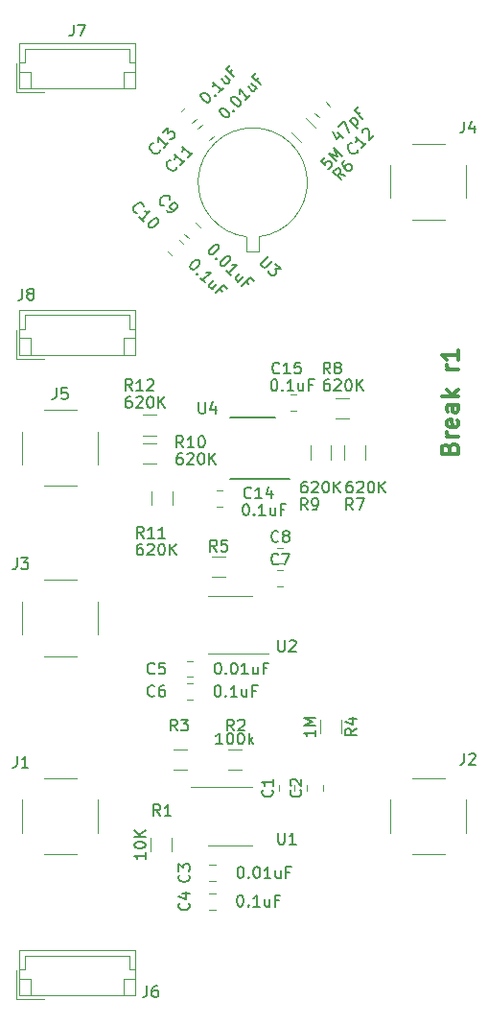
<source format=gto>
%TF.GenerationSoftware,KiCad,Pcbnew,(5.1.6-0-10_14)*%
%TF.CreationDate,2020-08-22T01:25:31+09:00*%
%TF.ProjectId,break,62726561-6b2e-46b6-9963-61645f706362,rev?*%
%TF.SameCoordinates,Original*%
%TF.FileFunction,Legend,Top*%
%TF.FilePolarity,Positive*%
%FSLAX46Y46*%
G04 Gerber Fmt 4.6, Leading zero omitted, Abs format (unit mm)*
G04 Created by KiCad (PCBNEW (5.1.6-0-10_14)) date 2020-08-22 01:25:31*
%MOMM*%
%LPD*%
G01*
G04 APERTURE LIST*
%ADD10C,0.300000*%
%ADD11C,0.120000*%
%ADD12C,0.150000*%
G04 APERTURE END LIST*
D10*
X14392857Y-110035714D02*
X14464285Y-109821428D01*
X14535714Y-109750000D01*
X14678571Y-109678571D01*
X14892857Y-109678571D01*
X15035714Y-109750000D01*
X15107142Y-109821428D01*
X15178571Y-109964285D01*
X15178571Y-110535714D01*
X13678571Y-110535714D01*
X13678571Y-110035714D01*
X13750000Y-109892857D01*
X13821428Y-109821428D01*
X13964285Y-109750000D01*
X14107142Y-109750000D01*
X14250000Y-109821428D01*
X14321428Y-109892857D01*
X14392857Y-110035714D01*
X14392857Y-110535714D01*
X15178571Y-109035714D02*
X14178571Y-109035714D01*
X14464285Y-109035714D02*
X14321428Y-108964285D01*
X14250000Y-108892857D01*
X14178571Y-108750000D01*
X14178571Y-108607142D01*
X15107142Y-107535714D02*
X15178571Y-107678571D01*
X15178571Y-107964285D01*
X15107142Y-108107142D01*
X14964285Y-108178571D01*
X14392857Y-108178571D01*
X14250000Y-108107142D01*
X14178571Y-107964285D01*
X14178571Y-107678571D01*
X14250000Y-107535714D01*
X14392857Y-107464285D01*
X14535714Y-107464285D01*
X14678571Y-108178571D01*
X15178571Y-106178571D02*
X14392857Y-106178571D01*
X14250000Y-106250000D01*
X14178571Y-106392857D01*
X14178571Y-106678571D01*
X14250000Y-106821428D01*
X15107142Y-106178571D02*
X15178571Y-106321428D01*
X15178571Y-106678571D01*
X15107142Y-106821428D01*
X14964285Y-106892857D01*
X14821428Y-106892857D01*
X14678571Y-106821428D01*
X14607142Y-106678571D01*
X14607142Y-106321428D01*
X14535714Y-106178571D01*
X15178571Y-105464285D02*
X13678571Y-105464285D01*
X14607142Y-105321428D02*
X15178571Y-104892857D01*
X14178571Y-104892857D02*
X14750000Y-105464285D01*
X15178571Y-103107142D02*
X14178571Y-103107142D01*
X14464285Y-103107142D02*
X14321428Y-103035714D01*
X14250000Y-102964285D01*
X14178571Y-102821428D01*
X14178571Y-102678571D01*
X15178571Y-101392857D02*
X15178571Y-102250000D01*
X15178571Y-101821428D02*
X13678571Y-101821428D01*
X13892857Y-101964285D01*
X14035714Y-102107142D01*
X14107142Y-102250000D01*
D11*
%TO.C,C1*%
X710000Y-140258578D02*
X710000Y-139741422D01*
X-710000Y-140258578D02*
X-710000Y-139741422D01*
%TO.C,C2*%
X1790000Y-140258578D02*
X1790000Y-139741422D01*
X3210000Y-140258578D02*
X3210000Y-139741422D01*
%TO.C,C3*%
X-6821078Y-146790000D02*
X-6303922Y-146790000D01*
X-6821078Y-148210000D02*
X-6303922Y-148210000D01*
%TO.C,C4*%
X-6821078Y-150710000D02*
X-6303922Y-150710000D01*
X-6821078Y-149290000D02*
X-6303922Y-149290000D01*
%TO.C,C5*%
X-8821078Y-130210000D02*
X-8303922Y-130210000D01*
X-8821078Y-128790000D02*
X-8303922Y-128790000D01*
%TO.C,C6*%
X-8821078Y-132210000D02*
X-8303922Y-132210000D01*
X-8821078Y-130790000D02*
X-8303922Y-130790000D01*
%TO.C,C7*%
X-821078Y-122210000D02*
X-303922Y-122210000D01*
X-821078Y-120790000D02*
X-303922Y-120790000D01*
%TO.C,C8*%
X-821078Y-118790000D02*
X-303922Y-118790000D01*
X-821078Y-120210000D02*
X-303922Y-120210000D01*
%TO.C,C9*%
X-7652199Y-90517883D02*
X-8017883Y-90152199D01*
X-8656291Y-91521975D02*
X-9021975Y-91156291D01*
%TO.C,C10*%
X-10156291Y-93021975D02*
X-10521975Y-92656291D01*
X-9152199Y-92017883D02*
X-9517883Y-91652199D01*
%TO.C,C11*%
X-7482117Y-81478025D02*
X-7847801Y-81843709D01*
X-6478025Y-82482117D02*
X-6843709Y-82847801D01*
%TO.C,C12*%
X3482117Y-79478025D02*
X3847801Y-79843709D01*
X2478025Y-80482117D02*
X2843709Y-80847801D01*
%TO.C,C13*%
X-7978025Y-80982117D02*
X-8343709Y-81347801D01*
X-8982117Y-79978025D02*
X-9347801Y-80343709D01*
%TO.C,C14*%
X-6196078Y-113790000D02*
X-5678922Y-113790000D01*
X-6196078Y-115210000D02*
X-5678922Y-115210000D01*
%TO.C,C15*%
X303922Y-106710000D02*
X821078Y-106710000D01*
X303922Y-105290000D02*
X821078Y-105290000D01*
%TO.C,J1*%
X-23355000Y-141050000D02*
X-23355000Y-143950000D01*
X-16645000Y-141050000D02*
X-16645000Y-143950000D01*
X-21450000Y-145855000D02*
X-18550000Y-145855000D01*
X-21450000Y-139145000D02*
X-18550000Y-139145000D01*
%TO.C,J2*%
X11050000Y-139145000D02*
X13950000Y-139145000D01*
X11050000Y-145855000D02*
X13950000Y-145855000D01*
X15855000Y-141050000D02*
X15855000Y-143950000D01*
X9145000Y-141050000D02*
X9145000Y-143950000D01*
%TO.C,J3*%
X-21450000Y-121645000D02*
X-18550000Y-121645000D01*
X-21450000Y-128355000D02*
X-18550000Y-128355000D01*
X-16645000Y-123550000D02*
X-16645000Y-126450000D01*
X-23355000Y-123550000D02*
X-23355000Y-126450000D01*
%TO.C,J4*%
X9145000Y-85050000D02*
X9145000Y-87950000D01*
X15855000Y-85050000D02*
X15855000Y-87950000D01*
X11050000Y-89855000D02*
X13950000Y-89855000D01*
X11050000Y-83145000D02*
X13950000Y-83145000D01*
%TO.C,J5*%
X-21450000Y-106645000D02*
X-18550000Y-106645000D01*
X-21450000Y-113355000D02*
X-18550000Y-113355000D01*
X-16645000Y-108550000D02*
X-16645000Y-111450000D01*
X-23355000Y-108550000D02*
X-23355000Y-111450000D01*
%TO.C,R1*%
X-12010000Y-144397936D02*
X-12010000Y-145602064D01*
X-10190000Y-144397936D02*
X-10190000Y-145602064D01*
%TO.C,R2*%
X-3997936Y-138410000D02*
X-5202064Y-138410000D01*
X-3997936Y-136590000D02*
X-5202064Y-136590000D01*
%TO.C,R3*%
X-8797936Y-136590000D02*
X-10002064Y-136590000D01*
X-8797936Y-138410000D02*
X-10002064Y-138410000D01*
%TO.C,R4*%
X4810000Y-133997936D02*
X4810000Y-135202064D01*
X2990000Y-133997936D02*
X2990000Y-135202064D01*
%TO.C,R5*%
X-6602064Y-119590000D02*
X-5397936Y-119590000D01*
X-6602064Y-121410000D02*
X-5397936Y-121410000D01*
%TO.C,R6*%
X420758Y-82197642D02*
X1272205Y-83049089D01*
X1707693Y-80910707D02*
X2559140Y-81762154D01*
%TO.C,R7*%
X6910000Y-111002064D02*
X6910000Y-109797936D01*
X5090000Y-111002064D02*
X5090000Y-109797936D01*
%TO.C,R8*%
X4297936Y-107410000D02*
X5502064Y-107410000D01*
X4297936Y-105590000D02*
X5502064Y-105590000D01*
%TO.C,R9*%
X3910000Y-109797936D02*
X3910000Y-111002064D01*
X2090000Y-109797936D02*
X2090000Y-111002064D01*
%TO.C,R10*%
X-12702064Y-109590000D02*
X-11497936Y-109590000D01*
X-12702064Y-111410000D02*
X-11497936Y-111410000D01*
%TO.C,R11*%
X-11910000Y-115002064D02*
X-11910000Y-113797936D01*
X-10090000Y-115002064D02*
X-10090000Y-113797936D01*
%TO.C,R12*%
X-12702064Y-108910000D02*
X-11497936Y-108910000D01*
X-12702064Y-107090000D02*
X-11497936Y-107090000D01*
%TO.C,U1*%
X-5000000Y-145060000D02*
X-3050000Y-145060000D01*
X-5000000Y-145060000D02*
X-6950000Y-145060000D01*
X-5000000Y-139940000D02*
X-3050000Y-139940000D01*
X-5000000Y-139940000D02*
X-8450000Y-139940000D01*
%TO.C,U2*%
X-5025000Y-128155000D02*
X-1575000Y-128155000D01*
X-5025000Y-128155000D02*
X-6975000Y-128155000D01*
X-5025000Y-123035000D02*
X-3075000Y-123035000D01*
X-5025000Y-123035000D02*
X-6975000Y-123035000D01*
%TO.C,U3*%
X-2450000Y-92628517D02*
X-2449999Y-91368517D01*
X-3549999Y-92628517D02*
X-2450000Y-92628517D01*
X-3550000Y-91368517D02*
X-3549999Y-92628517D01*
X-2450363Y-91368558D02*
G75*
G03*
X-3550000Y-91368517I-549637J4788558D01*
G01*
D12*
%TO.C,U4*%
X275000Y-112725000D02*
X-5000000Y-112725000D01*
X-1000000Y-107325000D02*
X-5000000Y-107325000D01*
D11*
%TO.C,J6*%
X-23610000Y-154290000D02*
X-23610000Y-158310000D01*
X-23610000Y-158310000D02*
X-13390000Y-158310000D01*
X-13390000Y-158310000D02*
X-13390000Y-154290000D01*
X-13390000Y-154290000D02*
X-23610000Y-154290000D01*
X-23610000Y-156000000D02*
X-23110000Y-156000000D01*
X-23110000Y-156000000D02*
X-23110000Y-154790000D01*
X-23110000Y-154790000D02*
X-13890000Y-154790000D01*
X-13890000Y-154790000D02*
X-13890000Y-156000000D01*
X-13890000Y-156000000D02*
X-13390000Y-156000000D01*
X-23610000Y-156810000D02*
X-22610000Y-156810000D01*
X-22610000Y-156810000D02*
X-22610000Y-158310000D01*
X-13390000Y-156810000D02*
X-14390000Y-156810000D01*
X-14390000Y-156810000D02*
X-14390000Y-158310000D01*
X-23910000Y-156110000D02*
X-23910000Y-158610000D01*
X-23910000Y-158610000D02*
X-21410000Y-158610000D01*
%TO.C,J8*%
X-23910000Y-102110000D02*
X-21410000Y-102110000D01*
X-23910000Y-99610000D02*
X-23910000Y-102110000D01*
X-14390000Y-100310000D02*
X-14390000Y-101810000D01*
X-13390000Y-100310000D02*
X-14390000Y-100310000D01*
X-22610000Y-100310000D02*
X-22610000Y-101810000D01*
X-23610000Y-100310000D02*
X-22610000Y-100310000D01*
X-13890000Y-99500000D02*
X-13390000Y-99500000D01*
X-13890000Y-98290000D02*
X-13890000Y-99500000D01*
X-23110000Y-98290000D02*
X-13890000Y-98290000D01*
X-23110000Y-99500000D02*
X-23110000Y-98290000D01*
X-23610000Y-99500000D02*
X-23110000Y-99500000D01*
X-13390000Y-97790000D02*
X-23610000Y-97790000D01*
X-13390000Y-101810000D02*
X-13390000Y-97790000D01*
X-23610000Y-101810000D02*
X-13390000Y-101810000D01*
X-23610000Y-97790000D02*
X-23610000Y-101810000D01*
%TO.C,J7*%
X-23910000Y-78610000D02*
X-21410000Y-78610000D01*
X-23910000Y-76110000D02*
X-23910000Y-78610000D01*
X-14390000Y-76810000D02*
X-14390000Y-78310000D01*
X-13390000Y-76810000D02*
X-14390000Y-76810000D01*
X-22610000Y-76810000D02*
X-22610000Y-78310000D01*
X-23610000Y-76810000D02*
X-22610000Y-76810000D01*
X-13890000Y-76000000D02*
X-13390000Y-76000000D01*
X-13890000Y-74790000D02*
X-13890000Y-76000000D01*
X-23110000Y-74790000D02*
X-13890000Y-74790000D01*
X-23110000Y-76000000D02*
X-23110000Y-74790000D01*
X-23610000Y-76000000D02*
X-23110000Y-76000000D01*
X-13390000Y-74290000D02*
X-23610000Y-74290000D01*
X-13390000Y-78310000D02*
X-13390000Y-74290000D01*
X-23610000Y-78310000D02*
X-13390000Y-78310000D01*
X-23610000Y-74290000D02*
X-23610000Y-78310000D01*
%TO.C,C1*%
D12*
X-1292857Y-140166666D02*
X-1245238Y-140214285D01*
X-1197619Y-140357142D01*
X-1197619Y-140452380D01*
X-1245238Y-140595238D01*
X-1340476Y-140690476D01*
X-1435714Y-140738095D01*
X-1626190Y-140785714D01*
X-1769047Y-140785714D01*
X-1959523Y-140738095D01*
X-2054761Y-140690476D01*
X-2150000Y-140595238D01*
X-2197619Y-140452380D01*
X-2197619Y-140357142D01*
X-2150000Y-140214285D01*
X-2102380Y-140166666D01*
X-1197619Y-139214285D02*
X-1197619Y-139785714D01*
X-1197619Y-139500000D02*
X-2197619Y-139500000D01*
X-2054761Y-139595238D01*
X-1959523Y-139690476D01*
X-1911904Y-139785714D01*
%TO.C,C2*%
X1207142Y-140166666D02*
X1254761Y-140214285D01*
X1302380Y-140357142D01*
X1302380Y-140452380D01*
X1254761Y-140595238D01*
X1159523Y-140690476D01*
X1064285Y-140738095D01*
X873809Y-140785714D01*
X730952Y-140785714D01*
X540476Y-140738095D01*
X445238Y-140690476D01*
X349999Y-140595238D01*
X302380Y-140452380D01*
X302380Y-140357142D01*
X350000Y-140214285D01*
X397619Y-140166666D01*
X397619Y-139785714D02*
X350000Y-139738095D01*
X302380Y-139642857D01*
X302380Y-139404761D01*
X350000Y-139309523D01*
X397619Y-139261904D01*
X492857Y-139214285D01*
X588095Y-139214285D01*
X730952Y-139261904D01*
X1302380Y-139833333D01*
X1302380Y-139214285D01*
%TO.C,C3*%
X-8642857Y-147666666D02*
X-8595238Y-147714285D01*
X-8547619Y-147857142D01*
X-8547619Y-147952380D01*
X-8595238Y-148095238D01*
X-8690476Y-148190476D01*
X-8785714Y-148238095D01*
X-8976190Y-148285714D01*
X-9119047Y-148285714D01*
X-9309523Y-148238095D01*
X-9404761Y-148190476D01*
X-9500000Y-148095238D01*
X-9547619Y-147952380D01*
X-9547619Y-147857142D01*
X-9500000Y-147714285D01*
X-9452380Y-147666666D01*
X-9547619Y-147333333D02*
X-9547619Y-146714285D01*
X-9166666Y-147047619D01*
X-9166666Y-146904761D01*
X-9119047Y-146809523D01*
X-9071428Y-146761904D01*
X-8976190Y-146714285D01*
X-8738095Y-146714285D01*
X-8642857Y-146761904D01*
X-8595238Y-146809523D01*
X-8547619Y-146904761D01*
X-8547619Y-147190476D01*
X-8595238Y-147285714D01*
X-8642857Y-147333333D01*
X-4119047Y-146952380D02*
X-4023809Y-146952380D01*
X-3928571Y-147000000D01*
X-3880952Y-147047619D01*
X-3833333Y-147142857D01*
X-3785714Y-147333333D01*
X-3785714Y-147571428D01*
X-3833333Y-147761904D01*
X-3880952Y-147857142D01*
X-3928571Y-147904761D01*
X-4023809Y-147952380D01*
X-4119047Y-147952380D01*
X-4214285Y-147904761D01*
X-4261904Y-147857142D01*
X-4309523Y-147761904D01*
X-4357142Y-147571428D01*
X-4357142Y-147333333D01*
X-4309523Y-147142857D01*
X-4261904Y-147047619D01*
X-4214285Y-147000000D01*
X-4119047Y-146952380D01*
X-3357142Y-147857142D02*
X-3309523Y-147904761D01*
X-3357142Y-147952380D01*
X-3404761Y-147904761D01*
X-3357142Y-147857142D01*
X-3357142Y-147952380D01*
X-2690476Y-146952380D02*
X-2595238Y-146952380D01*
X-2499999Y-147000000D01*
X-2452380Y-147047619D01*
X-2404761Y-147142857D01*
X-2357142Y-147333333D01*
X-2357142Y-147571428D01*
X-2404761Y-147761904D01*
X-2452380Y-147857142D01*
X-2499999Y-147904761D01*
X-2595238Y-147952380D01*
X-2690476Y-147952380D01*
X-2785714Y-147904761D01*
X-2833333Y-147857142D01*
X-2880952Y-147761904D01*
X-2928571Y-147571428D01*
X-2928571Y-147333333D01*
X-2880952Y-147142857D01*
X-2833333Y-147047619D01*
X-2785714Y-147000000D01*
X-2690476Y-146952380D01*
X-1404761Y-147952380D02*
X-1976190Y-147952380D01*
X-1690476Y-147952380D02*
X-1690476Y-146952380D01*
X-1785714Y-147095238D01*
X-1880952Y-147190476D01*
X-1976190Y-147238095D01*
X-547619Y-147285714D02*
X-547619Y-147952380D01*
X-976190Y-147285714D02*
X-976190Y-147809523D01*
X-928571Y-147904761D01*
X-833333Y-147952380D01*
X-690476Y-147952380D01*
X-595238Y-147904761D01*
X-547619Y-147857142D01*
X261904Y-147428571D02*
X-71428Y-147428571D01*
X-71428Y-147952380D02*
X-71428Y-146952380D01*
X404761Y-146952380D01*
%TO.C,C4*%
X-8642857Y-150166666D02*
X-8595238Y-150214285D01*
X-8547619Y-150357142D01*
X-8547619Y-150452380D01*
X-8595238Y-150595238D01*
X-8690476Y-150690476D01*
X-8785714Y-150738095D01*
X-8976190Y-150785714D01*
X-9119047Y-150785714D01*
X-9309523Y-150738095D01*
X-9404761Y-150690476D01*
X-9500000Y-150595238D01*
X-9547619Y-150452380D01*
X-9547619Y-150357142D01*
X-9500000Y-150214285D01*
X-9452380Y-150166666D01*
X-9214285Y-149309523D02*
X-8547619Y-149309523D01*
X-9595238Y-149547619D02*
X-8880952Y-149785714D01*
X-8880952Y-149166666D01*
X-4142857Y-149452380D02*
X-4047619Y-149452380D01*
X-3952380Y-149500000D01*
X-3904761Y-149547619D01*
X-3857142Y-149642857D01*
X-3809523Y-149833333D01*
X-3809523Y-150071428D01*
X-3857142Y-150261904D01*
X-3904761Y-150357142D01*
X-3952380Y-150404761D01*
X-4047619Y-150452380D01*
X-4142857Y-150452380D01*
X-4238095Y-150404761D01*
X-4285714Y-150357142D01*
X-4333333Y-150261904D01*
X-4380952Y-150071428D01*
X-4380952Y-149833333D01*
X-4333333Y-149642857D01*
X-4285714Y-149547619D01*
X-4238095Y-149500000D01*
X-4142857Y-149452380D01*
X-3380952Y-150357142D02*
X-3333333Y-150404761D01*
X-3380952Y-150452380D01*
X-3428571Y-150404761D01*
X-3380952Y-150357142D01*
X-3380952Y-150452380D01*
X-2380952Y-150452380D02*
X-2952380Y-150452380D01*
X-2666666Y-150452380D02*
X-2666666Y-149452380D01*
X-2761904Y-149595238D01*
X-2857142Y-149690476D01*
X-2952380Y-149738095D01*
X-1523809Y-149785714D02*
X-1523809Y-150452380D01*
X-1952380Y-149785714D02*
X-1952380Y-150309523D01*
X-1904761Y-150404761D01*
X-1809523Y-150452380D01*
X-1666666Y-150452380D01*
X-1571428Y-150404761D01*
X-1523809Y-150357142D01*
X-714285Y-149928571D02*
X-1047619Y-149928571D01*
X-1047619Y-150452380D02*
X-1047619Y-149452380D01*
X-571428Y-149452380D01*
%TO.C,C5*%
X-11666666Y-129857142D02*
X-11714285Y-129904761D01*
X-11857142Y-129952380D01*
X-11952380Y-129952380D01*
X-12095238Y-129904761D01*
X-12190476Y-129809523D01*
X-12238095Y-129714285D01*
X-12285714Y-129523809D01*
X-12285714Y-129380952D01*
X-12238095Y-129190476D01*
X-12190476Y-129095238D01*
X-12095238Y-129000000D01*
X-11952380Y-128952380D01*
X-11857142Y-128952380D01*
X-11714285Y-129000000D01*
X-11666666Y-129047619D01*
X-10761904Y-128952380D02*
X-11238095Y-128952380D01*
X-11285714Y-129428571D01*
X-11238095Y-129380952D01*
X-11142857Y-129333333D01*
X-10904761Y-129333333D01*
X-10809523Y-129380952D01*
X-10761904Y-129428571D01*
X-10714285Y-129523809D01*
X-10714285Y-129761904D01*
X-10761904Y-129857142D01*
X-10809523Y-129904761D01*
X-10904761Y-129952380D01*
X-11142857Y-129952380D01*
X-11238095Y-129904761D01*
X-11285714Y-129857142D01*
X-6119047Y-128952380D02*
X-6023809Y-128952380D01*
X-5928571Y-129000000D01*
X-5880952Y-129047619D01*
X-5833333Y-129142857D01*
X-5785714Y-129333333D01*
X-5785714Y-129571428D01*
X-5833333Y-129761904D01*
X-5880952Y-129857142D01*
X-5928571Y-129904761D01*
X-6023809Y-129952380D01*
X-6119047Y-129952380D01*
X-6214285Y-129904761D01*
X-6261904Y-129857142D01*
X-6309523Y-129761904D01*
X-6357142Y-129571428D01*
X-6357142Y-129333333D01*
X-6309523Y-129142857D01*
X-6261904Y-129047619D01*
X-6214285Y-129000000D01*
X-6119047Y-128952380D01*
X-5357142Y-129857142D02*
X-5309523Y-129904761D01*
X-5357142Y-129952380D01*
X-5404761Y-129904761D01*
X-5357142Y-129857142D01*
X-5357142Y-129952380D01*
X-4690476Y-128952380D02*
X-4595238Y-128952380D01*
X-4499999Y-129000000D01*
X-4452380Y-129047619D01*
X-4404761Y-129142857D01*
X-4357142Y-129333333D01*
X-4357142Y-129571428D01*
X-4404761Y-129761904D01*
X-4452380Y-129857142D01*
X-4499999Y-129904761D01*
X-4595238Y-129952380D01*
X-4690476Y-129952380D01*
X-4785714Y-129904761D01*
X-4833333Y-129857142D01*
X-4880952Y-129761904D01*
X-4928571Y-129571428D01*
X-4928571Y-129333333D01*
X-4880952Y-129142857D01*
X-4833333Y-129047619D01*
X-4785714Y-129000000D01*
X-4690476Y-128952380D01*
X-3404761Y-129952380D02*
X-3976190Y-129952380D01*
X-3690476Y-129952380D02*
X-3690476Y-128952380D01*
X-3785714Y-129095238D01*
X-3880952Y-129190476D01*
X-3976190Y-129238095D01*
X-2547619Y-129285714D02*
X-2547619Y-129952380D01*
X-2976190Y-129285714D02*
X-2976190Y-129809523D01*
X-2928571Y-129904761D01*
X-2833333Y-129952380D01*
X-2690476Y-129952380D01*
X-2595238Y-129904761D01*
X-2547619Y-129857142D01*
X-1738095Y-129428571D02*
X-2071428Y-129428571D01*
X-2071428Y-129952380D02*
X-2071428Y-128952380D01*
X-1595238Y-128952380D01*
%TO.C,C6*%
X-11666666Y-131857142D02*
X-11714285Y-131904761D01*
X-11857142Y-131952380D01*
X-11952380Y-131952380D01*
X-12095238Y-131904761D01*
X-12190476Y-131809523D01*
X-12238095Y-131714285D01*
X-12285714Y-131523809D01*
X-12285714Y-131380952D01*
X-12238095Y-131190476D01*
X-12190476Y-131095238D01*
X-12095238Y-131000000D01*
X-11952380Y-130952380D01*
X-11857142Y-130952380D01*
X-11714285Y-131000000D01*
X-11666666Y-131047619D01*
X-10809523Y-130952380D02*
X-11000000Y-130952380D01*
X-11095238Y-131000000D01*
X-11142857Y-131047619D01*
X-11238095Y-131190476D01*
X-11285714Y-131380952D01*
X-11285714Y-131761904D01*
X-11238095Y-131857142D01*
X-11190476Y-131904761D01*
X-11095238Y-131952380D01*
X-10904761Y-131952380D01*
X-10809523Y-131904761D01*
X-10761904Y-131857142D01*
X-10714285Y-131761904D01*
X-10714285Y-131523809D01*
X-10761904Y-131428571D01*
X-10809523Y-131380952D01*
X-10904761Y-131333333D01*
X-11095238Y-131333333D01*
X-11190476Y-131380952D01*
X-11238095Y-131428571D01*
X-11285714Y-131523809D01*
X-6142857Y-130952380D02*
X-6047619Y-130952380D01*
X-5952380Y-131000000D01*
X-5904761Y-131047619D01*
X-5857142Y-131142857D01*
X-5809523Y-131333333D01*
X-5809523Y-131571428D01*
X-5857142Y-131761904D01*
X-5904761Y-131857142D01*
X-5952380Y-131904761D01*
X-6047619Y-131952380D01*
X-6142857Y-131952380D01*
X-6238095Y-131904761D01*
X-6285714Y-131857142D01*
X-6333333Y-131761904D01*
X-6380952Y-131571428D01*
X-6380952Y-131333333D01*
X-6333333Y-131142857D01*
X-6285714Y-131047619D01*
X-6238095Y-131000000D01*
X-6142857Y-130952380D01*
X-5380952Y-131857142D02*
X-5333333Y-131904761D01*
X-5380952Y-131952380D01*
X-5428571Y-131904761D01*
X-5380952Y-131857142D01*
X-5380952Y-131952380D01*
X-4380952Y-131952380D02*
X-4952380Y-131952380D01*
X-4666666Y-131952380D02*
X-4666666Y-130952380D01*
X-4761904Y-131095238D01*
X-4857142Y-131190476D01*
X-4952380Y-131238095D01*
X-3523809Y-131285714D02*
X-3523809Y-131952380D01*
X-3952380Y-131285714D02*
X-3952380Y-131809523D01*
X-3904761Y-131904761D01*
X-3809523Y-131952380D01*
X-3666666Y-131952380D01*
X-3571428Y-131904761D01*
X-3523809Y-131857142D01*
X-2714285Y-131428571D02*
X-3047619Y-131428571D01*
X-3047619Y-131952380D02*
X-3047619Y-130952380D01*
X-2571428Y-130952380D01*
%TO.C,C7*%
X-729166Y-120207142D02*
X-776785Y-120254761D01*
X-919642Y-120302380D01*
X-1014880Y-120302380D01*
X-1157738Y-120254761D01*
X-1252976Y-120159523D01*
X-1300595Y-120064285D01*
X-1348214Y-119873809D01*
X-1348214Y-119730952D01*
X-1300595Y-119540476D01*
X-1252976Y-119445238D01*
X-1157738Y-119350000D01*
X-1014880Y-119302380D01*
X-919642Y-119302380D01*
X-776785Y-119350000D01*
X-729166Y-119397619D01*
X-395833Y-119302380D02*
X270833Y-119302380D01*
X-157738Y-120302380D01*
%TO.C,C8*%
X-729166Y-118207142D02*
X-776785Y-118254761D01*
X-919642Y-118302380D01*
X-1014880Y-118302380D01*
X-1157738Y-118254761D01*
X-1252976Y-118159523D01*
X-1300595Y-118064285D01*
X-1348214Y-117873809D01*
X-1348214Y-117730952D01*
X-1300595Y-117540476D01*
X-1252976Y-117445238D01*
X-1157738Y-117350000D01*
X-1014880Y-117302380D01*
X-919642Y-117302380D01*
X-776785Y-117350000D01*
X-729166Y-117397619D01*
X-157738Y-117730952D02*
X-252976Y-117683333D01*
X-300595Y-117635714D01*
X-348214Y-117540476D01*
X-348214Y-117492857D01*
X-300595Y-117397619D01*
X-252976Y-117350000D01*
X-157738Y-117302380D01*
X32738Y-117302380D01*
X127976Y-117350000D01*
X175595Y-117397619D01*
X223214Y-117492857D01*
X223214Y-117540476D01*
X175595Y-117635714D01*
X127976Y-117683333D01*
X32738Y-117730952D01*
X-157738Y-117730952D01*
X-252976Y-117778571D01*
X-300595Y-117826190D01*
X-348214Y-117921428D01*
X-348214Y-118111904D01*
X-300595Y-118207142D01*
X-252976Y-118254761D01*
X-157738Y-118302380D01*
X32738Y-118302380D01*
X127976Y-118254761D01*
X175595Y-118207142D01*
X223214Y-118111904D01*
X223214Y-117921428D01*
X175595Y-117826190D01*
X127976Y-117778571D01*
X32738Y-117730952D01*
%TO.C,C9*%
X-10870389Y-88634687D02*
X-10937732Y-88634687D01*
X-11072419Y-88567343D01*
X-11139763Y-88500000D01*
X-11207106Y-88365312D01*
X-11207106Y-88230625D01*
X-11173435Y-88129610D01*
X-11072419Y-87961251D01*
X-10971404Y-87860236D01*
X-10803045Y-87759221D01*
X-10702030Y-87725549D01*
X-10567343Y-87725549D01*
X-10432656Y-87792893D01*
X-10365312Y-87860236D01*
X-10297969Y-87994923D01*
X-10297969Y-88062267D01*
X-10601015Y-89038748D02*
X-10466328Y-89173435D01*
X-10365312Y-89207106D01*
X-10297969Y-89207106D01*
X-10129610Y-89173435D01*
X-9961251Y-89072419D01*
X-9691877Y-88803045D01*
X-9658206Y-88702030D01*
X-9658206Y-88634687D01*
X-9691877Y-88533671D01*
X-9826564Y-88398984D01*
X-9927580Y-88365312D01*
X-9994923Y-88365312D01*
X-10095938Y-88398984D01*
X-10264297Y-88567343D01*
X-10297969Y-88668358D01*
X-10297969Y-88735702D01*
X-10264297Y-88836717D01*
X-10129610Y-88971404D01*
X-10028595Y-89005076D01*
X-9961251Y-89005076D01*
X-9860236Y-88971404D01*
X-6111167Y-92114381D02*
X-6043824Y-92181725D01*
X-6010152Y-92282740D01*
X-6010152Y-92350084D01*
X-6043824Y-92451099D01*
X-6144839Y-92619458D01*
X-6313198Y-92787816D01*
X-6481557Y-92888832D01*
X-6582572Y-92922503D01*
X-6649915Y-92922503D01*
X-6750931Y-92888832D01*
X-6818274Y-92821488D01*
X-6851946Y-92720473D01*
X-6851946Y-92653129D01*
X-6818274Y-92552114D01*
X-6717259Y-92383755D01*
X-6548900Y-92215397D01*
X-6380541Y-92114381D01*
X-6279526Y-92080710D01*
X-6212183Y-92080710D01*
X-6111167Y-92114381D01*
X-6212183Y-93292893D02*
X-6212183Y-93360236D01*
X-6279526Y-93360236D01*
X-6279526Y-93292893D01*
X-6212183Y-93292893D01*
X-6279526Y-93360236D01*
X-5101015Y-93124534D02*
X-5033671Y-93191877D01*
X-4999999Y-93292893D01*
X-4999999Y-93360236D01*
X-5033671Y-93461251D01*
X-5134687Y-93629610D01*
X-5303045Y-93797969D01*
X-5471404Y-93898984D01*
X-5572419Y-93932656D01*
X-5639763Y-93932656D01*
X-5740778Y-93898984D01*
X-5808122Y-93831641D01*
X-5841793Y-93730625D01*
X-5841793Y-93663282D01*
X-5808122Y-93562267D01*
X-5707106Y-93393908D01*
X-5538748Y-93225549D01*
X-5370389Y-93124534D01*
X-5269374Y-93090862D01*
X-5202030Y-93090862D01*
X-5101015Y-93124534D01*
X-4898984Y-94740778D02*
X-5303045Y-94336717D01*
X-5101015Y-94538748D02*
X-4393908Y-93831641D01*
X-4562267Y-93865312D01*
X-4696954Y-93865312D01*
X-4797969Y-93831641D01*
X-3821488Y-94875465D02*
X-4292893Y-95346870D01*
X-4124534Y-94572419D02*
X-4494923Y-94942809D01*
X-4528595Y-95043824D01*
X-4494923Y-95144839D01*
X-4393908Y-95245854D01*
X-4292893Y-95279526D01*
X-4225549Y-95279526D01*
X-3350084Y-95548900D02*
X-3585786Y-95313198D01*
X-3956175Y-95683587D02*
X-3249068Y-94976480D01*
X-2912351Y-95313198D01*
%TO.C,C10*%
X-13207106Y-89297969D02*
X-13274450Y-89297969D01*
X-13409137Y-89230625D01*
X-13476480Y-89163282D01*
X-13543824Y-89028595D01*
X-13543824Y-88893908D01*
X-13510152Y-88792893D01*
X-13409137Y-88624534D01*
X-13308122Y-88523519D01*
X-13139763Y-88422503D01*
X-13038748Y-88388832D01*
X-12904061Y-88388832D01*
X-12769374Y-88456175D01*
X-12702030Y-88523519D01*
X-12634687Y-88658206D01*
X-12634687Y-88725549D01*
X-12601015Y-90038748D02*
X-13005076Y-89634687D01*
X-12803045Y-89836717D02*
X-12095938Y-89129610D01*
X-12264297Y-89163282D01*
X-12398984Y-89163282D01*
X-12500000Y-89129610D01*
X-11456175Y-89769374D02*
X-11388832Y-89836717D01*
X-11355160Y-89937732D01*
X-11355160Y-90005076D01*
X-11388832Y-90106091D01*
X-11489847Y-90274450D01*
X-11658206Y-90442809D01*
X-11826564Y-90543824D01*
X-11927580Y-90577496D01*
X-11994923Y-90577496D01*
X-12095938Y-90543824D01*
X-12163282Y-90476480D01*
X-12196954Y-90375465D01*
X-12196954Y-90308122D01*
X-12163282Y-90207106D01*
X-12062267Y-90038748D01*
X-11893908Y-89870389D01*
X-11725549Y-89769374D01*
X-11624534Y-89735702D01*
X-11557190Y-89735702D01*
X-11456175Y-89769374D01*
X-7774450Y-93451099D02*
X-7707106Y-93518442D01*
X-7673435Y-93619458D01*
X-7673435Y-93686801D01*
X-7707106Y-93787816D01*
X-7808122Y-93956175D01*
X-7976480Y-94124534D01*
X-8144839Y-94225549D01*
X-8245854Y-94259221D01*
X-8313198Y-94259221D01*
X-8414213Y-94225549D01*
X-8481557Y-94158206D01*
X-8515228Y-94057190D01*
X-8515228Y-93989847D01*
X-8481557Y-93888832D01*
X-8380541Y-93720473D01*
X-8212183Y-93552114D01*
X-8043824Y-93451099D01*
X-7942809Y-93417427D01*
X-7875465Y-93417427D01*
X-7774450Y-93451099D01*
X-7875465Y-94629610D02*
X-7875465Y-94696954D01*
X-7942809Y-94696954D01*
X-7942809Y-94629610D01*
X-7875465Y-94629610D01*
X-7942809Y-94696954D01*
X-7235702Y-95404061D02*
X-7639763Y-95000000D01*
X-7437732Y-95202030D02*
X-6730625Y-94494923D01*
X-6898984Y-94528595D01*
X-7033671Y-94528595D01*
X-7134687Y-94494923D01*
X-6158206Y-95538748D02*
X-6629610Y-96010152D01*
X-6461251Y-95235702D02*
X-6831641Y-95606091D01*
X-6865312Y-95707106D01*
X-6831641Y-95808122D01*
X-6730625Y-95909137D01*
X-6629610Y-95942809D01*
X-6562267Y-95942809D01*
X-5686801Y-96212183D02*
X-5922503Y-95976480D01*
X-6292893Y-96346870D02*
X-5585786Y-95639763D01*
X-5249068Y-95976480D01*
%TO.C,C11*%
X-9702030Y-85207106D02*
X-9702030Y-85274450D01*
X-9769374Y-85409137D01*
X-9836717Y-85476480D01*
X-9971404Y-85543824D01*
X-10106091Y-85543824D01*
X-10207106Y-85510152D01*
X-10375465Y-85409137D01*
X-10476480Y-85308122D01*
X-10577496Y-85139763D01*
X-10611167Y-85038748D01*
X-10611167Y-84904061D01*
X-10543824Y-84769374D01*
X-10476480Y-84702030D01*
X-10341793Y-84634687D01*
X-10274450Y-84634687D01*
X-8961251Y-84601015D02*
X-9365312Y-85005076D01*
X-9163282Y-84803045D02*
X-9870389Y-84095938D01*
X-9836717Y-84264297D01*
X-9836717Y-84398984D01*
X-9870389Y-84500000D01*
X-8287816Y-83927580D02*
X-8691877Y-84331641D01*
X-8489847Y-84129610D02*
X-9196954Y-83422503D01*
X-9163282Y-83590862D01*
X-9163282Y-83725549D01*
X-9196954Y-83826564D01*
X-5885618Y-80111167D02*
X-5818274Y-80043824D01*
X-5717259Y-80010152D01*
X-5649915Y-80010152D01*
X-5548900Y-80043824D01*
X-5380541Y-80144839D01*
X-5212183Y-80313198D01*
X-5111167Y-80481557D01*
X-5077496Y-80582572D01*
X-5077496Y-80649915D01*
X-5111167Y-80750931D01*
X-5178511Y-80818274D01*
X-5279526Y-80851946D01*
X-5346870Y-80851946D01*
X-5447885Y-80818274D01*
X-5616244Y-80717259D01*
X-5784602Y-80548900D01*
X-5885618Y-80380541D01*
X-5919289Y-80279526D01*
X-5919289Y-80212183D01*
X-5885618Y-80111167D01*
X-4707106Y-80212183D02*
X-4639763Y-80212183D01*
X-4639763Y-80279526D01*
X-4707106Y-80279526D01*
X-4707106Y-80212183D01*
X-4639763Y-80279526D01*
X-4875465Y-79101015D02*
X-4808122Y-79033671D01*
X-4707106Y-79000000D01*
X-4639763Y-79000000D01*
X-4538748Y-79033671D01*
X-4370389Y-79134687D01*
X-4202030Y-79303045D01*
X-4101015Y-79471404D01*
X-4067343Y-79572419D01*
X-4067343Y-79639763D01*
X-4101015Y-79740778D01*
X-4168358Y-79808122D01*
X-4269374Y-79841793D01*
X-4336717Y-79841793D01*
X-4437732Y-79808122D01*
X-4606091Y-79707106D01*
X-4774450Y-79538748D01*
X-4875465Y-79370389D01*
X-4909137Y-79269374D01*
X-4909137Y-79202030D01*
X-4875465Y-79101015D01*
X-3259221Y-78898984D02*
X-3663282Y-79303045D01*
X-3461251Y-79101015D02*
X-4168358Y-78393908D01*
X-4134687Y-78562267D01*
X-4134687Y-78696954D01*
X-4168358Y-78797969D01*
X-3124534Y-77821488D02*
X-2653129Y-78292893D01*
X-3427580Y-78124534D02*
X-3057190Y-78494923D01*
X-2956175Y-78528595D01*
X-2855160Y-78494923D01*
X-2754145Y-78393908D01*
X-2720473Y-78292893D01*
X-2720473Y-78225549D01*
X-2451099Y-77350084D02*
X-2686801Y-77585786D01*
X-2316412Y-77956175D02*
X-3023519Y-77249068D01*
X-2686801Y-76912351D01*
%TO.C,C12*%
X6297969Y-83707106D02*
X6297969Y-83774450D01*
X6230625Y-83909137D01*
X6163282Y-83976480D01*
X6028595Y-84043824D01*
X5893908Y-84043824D01*
X5792893Y-84010152D01*
X5624534Y-83909137D01*
X5523519Y-83808122D01*
X5422503Y-83639763D01*
X5388832Y-83538748D01*
X5388832Y-83404061D01*
X5456175Y-83269374D01*
X5523519Y-83202030D01*
X5658206Y-83134687D01*
X5725549Y-83134687D01*
X7038748Y-83101015D02*
X6634687Y-83505076D01*
X6836717Y-83303045D02*
X6129610Y-82595938D01*
X6163282Y-82764297D01*
X6163282Y-82898984D01*
X6129610Y-83000000D01*
X6668358Y-82191877D02*
X6668358Y-82124534D01*
X6702030Y-82023519D01*
X6870389Y-81855160D01*
X6971404Y-81821488D01*
X7038748Y-81821488D01*
X7139763Y-81855160D01*
X7207106Y-81922503D01*
X7274450Y-82057190D01*
X7274450Y-82865312D01*
X7712183Y-82427580D01*
X4523519Y-82173435D02*
X4994923Y-82644839D01*
X4085786Y-82072419D02*
X4422503Y-82745854D01*
X4860236Y-82308122D01*
X4590862Y-81634687D02*
X5062267Y-81163282D01*
X5466328Y-82173435D01*
X5567343Y-81129610D02*
X6274450Y-81836717D01*
X5601015Y-81163282D02*
X5634687Y-81062267D01*
X5769374Y-80927580D01*
X5870389Y-80893908D01*
X5937732Y-80893908D01*
X6038748Y-80927580D01*
X6240778Y-81129610D01*
X6274450Y-81230625D01*
X6274450Y-81297969D01*
X6240778Y-81398984D01*
X6106091Y-81533671D01*
X6005076Y-81567343D01*
X6543824Y-80355160D02*
X6308122Y-80590862D01*
X6678511Y-80961251D02*
X5971404Y-80254145D01*
X6308122Y-79917427D01*
%TO.C,C13*%
X-11202030Y-83707106D02*
X-11202030Y-83774450D01*
X-11269374Y-83909137D01*
X-11336717Y-83976480D01*
X-11471404Y-84043824D01*
X-11606091Y-84043824D01*
X-11707106Y-84010152D01*
X-11875465Y-83909137D01*
X-11976480Y-83808122D01*
X-12077496Y-83639763D01*
X-12111167Y-83538748D01*
X-12111167Y-83404061D01*
X-12043824Y-83269374D01*
X-11976480Y-83202030D01*
X-11841793Y-83134687D01*
X-11774450Y-83134687D01*
X-10461251Y-83101015D02*
X-10865312Y-83505076D01*
X-10663282Y-83303045D02*
X-11370389Y-82595938D01*
X-11336717Y-82764297D01*
X-11336717Y-82898984D01*
X-11370389Y-83000000D01*
X-10932656Y-82158206D02*
X-10494923Y-81720473D01*
X-10461251Y-82225549D01*
X-10360236Y-82124534D01*
X-10259221Y-82090862D01*
X-10191877Y-82090862D01*
X-10090862Y-82124534D01*
X-9922503Y-82292893D01*
X-9888832Y-82393908D01*
X-9888832Y-82461251D01*
X-9922503Y-82562267D01*
X-10124534Y-82764297D01*
X-10225549Y-82797969D01*
X-10292893Y-82797969D01*
X-7548900Y-78774450D02*
X-7481557Y-78707106D01*
X-7380541Y-78673435D01*
X-7313198Y-78673435D01*
X-7212183Y-78707106D01*
X-7043824Y-78808122D01*
X-6875465Y-78976480D01*
X-6774450Y-79144839D01*
X-6740778Y-79245854D01*
X-6740778Y-79313198D01*
X-6774450Y-79414213D01*
X-6841793Y-79481557D01*
X-6942809Y-79515228D01*
X-7010152Y-79515228D01*
X-7111167Y-79481557D01*
X-7279526Y-79380541D01*
X-7447885Y-79212183D01*
X-7548900Y-79043824D01*
X-7582572Y-78942809D01*
X-7582572Y-78875465D01*
X-7548900Y-78774450D01*
X-6370389Y-78875465D02*
X-6303045Y-78875465D01*
X-6303045Y-78942809D01*
X-6370389Y-78942809D01*
X-6370389Y-78875465D01*
X-6303045Y-78942809D01*
X-5595938Y-78235702D02*
X-5999999Y-78639763D01*
X-5797969Y-78437732D02*
X-6505076Y-77730625D01*
X-6471404Y-77898984D01*
X-6471404Y-78033671D01*
X-6505076Y-78134687D01*
X-5461251Y-77158206D02*
X-4989847Y-77629610D01*
X-5764297Y-77461251D02*
X-5393908Y-77831641D01*
X-5292893Y-77865312D01*
X-5191877Y-77831641D01*
X-5090862Y-77730625D01*
X-5057190Y-77629610D01*
X-5057190Y-77562267D01*
X-4787816Y-76686801D02*
X-5023519Y-76922503D01*
X-4653129Y-77292893D02*
X-5360236Y-76585786D01*
X-5023519Y-76249068D01*
%TO.C,C14*%
X-3142857Y-114357142D02*
X-3190476Y-114404761D01*
X-3333333Y-114452380D01*
X-3428571Y-114452380D01*
X-3571428Y-114404761D01*
X-3666666Y-114309523D01*
X-3714285Y-114214285D01*
X-3761904Y-114023809D01*
X-3761904Y-113880952D01*
X-3714285Y-113690476D01*
X-3666666Y-113595238D01*
X-3571428Y-113500000D01*
X-3428571Y-113452380D01*
X-3333333Y-113452380D01*
X-3190476Y-113500000D01*
X-3142857Y-113547619D01*
X-2190476Y-114452380D02*
X-2761904Y-114452380D01*
X-2476190Y-114452380D02*
X-2476190Y-113452380D01*
X-2571428Y-113595238D01*
X-2666666Y-113690476D01*
X-2761904Y-113738095D01*
X-1333333Y-113785714D02*
X-1333333Y-114452380D01*
X-1571428Y-113404761D02*
X-1809523Y-114119047D01*
X-1190476Y-114119047D01*
X-3642857Y-114952380D02*
X-3547619Y-114952380D01*
X-3452380Y-115000000D01*
X-3404761Y-115047619D01*
X-3357142Y-115142857D01*
X-3309523Y-115333333D01*
X-3309523Y-115571428D01*
X-3357142Y-115761904D01*
X-3404761Y-115857142D01*
X-3452380Y-115904761D01*
X-3547619Y-115952380D01*
X-3642857Y-115952380D01*
X-3738095Y-115904761D01*
X-3785714Y-115857142D01*
X-3833333Y-115761904D01*
X-3880952Y-115571428D01*
X-3880952Y-115333333D01*
X-3833333Y-115142857D01*
X-3785714Y-115047619D01*
X-3738095Y-115000000D01*
X-3642857Y-114952380D01*
X-2880952Y-115857142D02*
X-2833333Y-115904761D01*
X-2880952Y-115952380D01*
X-2928571Y-115904761D01*
X-2880952Y-115857142D01*
X-2880952Y-115952380D01*
X-1880952Y-115952380D02*
X-2452380Y-115952380D01*
X-2166666Y-115952380D02*
X-2166666Y-114952380D01*
X-2261904Y-115095238D01*
X-2357142Y-115190476D01*
X-2452380Y-115238095D01*
X-1023809Y-115285714D02*
X-1023809Y-115952380D01*
X-1452380Y-115285714D02*
X-1452380Y-115809523D01*
X-1404761Y-115904761D01*
X-1309523Y-115952380D01*
X-1166666Y-115952380D01*
X-1071428Y-115904761D01*
X-1023809Y-115857142D01*
X-214285Y-115428571D02*
X-547619Y-115428571D01*
X-547619Y-115952380D02*
X-547619Y-114952380D01*
X-71428Y-114952380D01*
%TO.C,C15*%
X-642857Y-103357142D02*
X-690476Y-103404761D01*
X-833333Y-103452380D01*
X-928571Y-103452380D01*
X-1071428Y-103404761D01*
X-1166666Y-103309523D01*
X-1214285Y-103214285D01*
X-1261904Y-103023809D01*
X-1261904Y-102880952D01*
X-1214285Y-102690476D01*
X-1166666Y-102595238D01*
X-1071428Y-102500000D01*
X-928571Y-102452380D01*
X-833333Y-102452380D01*
X-690476Y-102500000D01*
X-642857Y-102547619D01*
X309523Y-103452380D02*
X-261904Y-103452380D01*
X23809Y-103452380D02*
X23809Y-102452380D01*
X-71428Y-102595238D01*
X-166666Y-102690476D01*
X-261904Y-102738095D01*
X1214285Y-102452380D02*
X738095Y-102452380D01*
X690476Y-102928571D01*
X738095Y-102880952D01*
X833333Y-102833333D01*
X1071428Y-102833333D01*
X1166666Y-102880952D01*
X1214285Y-102928571D01*
X1261904Y-103023809D01*
X1261904Y-103261904D01*
X1214285Y-103357142D01*
X1166666Y-103404761D01*
X1071428Y-103452380D01*
X833333Y-103452380D01*
X738095Y-103404761D01*
X690476Y-103357142D01*
X-1142857Y-103952380D02*
X-1047619Y-103952380D01*
X-952380Y-104000000D01*
X-904761Y-104047619D01*
X-857142Y-104142857D01*
X-809523Y-104333333D01*
X-809523Y-104571428D01*
X-857142Y-104761904D01*
X-904761Y-104857142D01*
X-952380Y-104904761D01*
X-1047619Y-104952380D01*
X-1142857Y-104952380D01*
X-1238095Y-104904761D01*
X-1285714Y-104857142D01*
X-1333333Y-104761904D01*
X-1380952Y-104571428D01*
X-1380952Y-104333333D01*
X-1333333Y-104142857D01*
X-1285714Y-104047619D01*
X-1238095Y-104000000D01*
X-1142857Y-103952380D01*
X-380952Y-104857142D02*
X-333333Y-104904761D01*
X-380952Y-104952380D01*
X-428571Y-104904761D01*
X-380952Y-104857142D01*
X-380952Y-104952380D01*
X619047Y-104952380D02*
X47619Y-104952380D01*
X333333Y-104952380D02*
X333333Y-103952380D01*
X238095Y-104095238D01*
X142857Y-104190476D01*
X47619Y-104238095D01*
X1476190Y-104285714D02*
X1476190Y-104952380D01*
X1047619Y-104285714D02*
X1047619Y-104809523D01*
X1095238Y-104904761D01*
X1190476Y-104952380D01*
X1333333Y-104952380D01*
X1428571Y-104904761D01*
X1476190Y-104857142D01*
X2285714Y-104428571D02*
X1952380Y-104428571D01*
X1952380Y-104952380D02*
X1952380Y-103952380D01*
X2428571Y-103952380D01*
%TO.C,J1*%
X-23833333Y-137202380D02*
X-23833333Y-137916666D01*
X-23880952Y-138059523D01*
X-23976190Y-138154761D01*
X-24119047Y-138202380D01*
X-24214285Y-138202380D01*
X-22833333Y-138202380D02*
X-23404761Y-138202380D01*
X-23119047Y-138202380D02*
X-23119047Y-137202380D01*
X-23214285Y-137345238D01*
X-23309523Y-137440476D01*
X-23404761Y-137488095D01*
%TO.C,J2*%
X15666666Y-136952380D02*
X15666666Y-137666666D01*
X15619047Y-137809523D01*
X15523809Y-137904761D01*
X15380952Y-137952380D01*
X15285714Y-137952380D01*
X16095238Y-137047619D02*
X16142857Y-137000000D01*
X16238095Y-136952380D01*
X16476190Y-136952380D01*
X16571428Y-137000000D01*
X16619047Y-137047619D01*
X16666666Y-137142857D01*
X16666666Y-137238095D01*
X16619047Y-137380952D01*
X16047619Y-137952380D01*
X16666666Y-137952380D01*
%TO.C,J3*%
X-23833333Y-119702380D02*
X-23833333Y-120416666D01*
X-23880952Y-120559523D01*
X-23976190Y-120654761D01*
X-24119047Y-120702380D01*
X-24214285Y-120702380D01*
X-23452380Y-119702380D02*
X-22833333Y-119702380D01*
X-23166666Y-120083333D01*
X-23023809Y-120083333D01*
X-22928571Y-120130952D01*
X-22880952Y-120178571D01*
X-22833333Y-120273809D01*
X-22833333Y-120511904D01*
X-22880952Y-120607142D01*
X-22928571Y-120654761D01*
X-23023809Y-120702380D01*
X-23309523Y-120702380D01*
X-23404761Y-120654761D01*
X-23452380Y-120607142D01*
%TO.C,J4*%
X15666666Y-81202380D02*
X15666666Y-81916666D01*
X15619047Y-82059523D01*
X15523809Y-82154761D01*
X15380952Y-82202380D01*
X15285714Y-82202380D01*
X16571428Y-81535714D02*
X16571428Y-82202380D01*
X16333333Y-81154761D02*
X16095238Y-81869047D01*
X16714285Y-81869047D01*
%TO.C,J5*%
X-20333333Y-104702380D02*
X-20333333Y-105416666D01*
X-20380952Y-105559523D01*
X-20476190Y-105654761D01*
X-20619047Y-105702380D01*
X-20714285Y-105702380D01*
X-19380952Y-104702380D02*
X-19857142Y-104702380D01*
X-19904761Y-105178571D01*
X-19857142Y-105130952D01*
X-19761904Y-105083333D01*
X-19523809Y-105083333D01*
X-19428571Y-105130952D01*
X-19380952Y-105178571D01*
X-19333333Y-105273809D01*
X-19333333Y-105511904D01*
X-19380952Y-105607142D01*
X-19428571Y-105654761D01*
X-19523809Y-105702380D01*
X-19761904Y-105702380D01*
X-19857142Y-105654761D01*
X-19904761Y-105607142D01*
%TO.C,R1*%
X-11166666Y-142452380D02*
X-11500000Y-141976190D01*
X-11738095Y-142452380D02*
X-11738095Y-141452380D01*
X-11357142Y-141452380D01*
X-11261904Y-141500000D01*
X-11214285Y-141547619D01*
X-11166666Y-141642857D01*
X-11166666Y-141785714D01*
X-11214285Y-141880952D01*
X-11261904Y-141928571D01*
X-11357142Y-141976190D01*
X-11738095Y-141976190D01*
X-10214285Y-142452380D02*
X-10785714Y-142452380D01*
X-10500000Y-142452380D02*
X-10500000Y-141452380D01*
X-10595238Y-141595238D01*
X-10690476Y-141690476D01*
X-10785714Y-141738095D01*
X-12467619Y-145690476D02*
X-12467619Y-146261904D01*
X-12467619Y-145976190D02*
X-13467619Y-145976190D01*
X-13324761Y-146071428D01*
X-13229523Y-146166666D01*
X-13181904Y-146261904D01*
X-13467619Y-145071428D02*
X-13467619Y-144976190D01*
X-13420000Y-144880952D01*
X-13372380Y-144833333D01*
X-13277142Y-144785714D01*
X-13086666Y-144738095D01*
X-12848571Y-144738095D01*
X-12658095Y-144785714D01*
X-12562857Y-144833333D01*
X-12515238Y-144880952D01*
X-12467619Y-144976190D01*
X-12467619Y-145071428D01*
X-12515238Y-145166666D01*
X-12562857Y-145214285D01*
X-12658095Y-145261904D01*
X-12848571Y-145309523D01*
X-13086666Y-145309523D01*
X-13277142Y-145261904D01*
X-13372380Y-145214285D01*
X-13420000Y-145166666D01*
X-13467619Y-145071428D01*
X-12467619Y-144309523D02*
X-13467619Y-144309523D01*
X-12467619Y-143738095D02*
X-13039047Y-144166666D01*
X-13467619Y-143738095D02*
X-12896190Y-144309523D01*
%TO.C,R2*%
X-4666666Y-134952380D02*
X-5000000Y-134476190D01*
X-5238095Y-134952380D02*
X-5238095Y-133952380D01*
X-4857142Y-133952380D01*
X-4761904Y-134000000D01*
X-4714285Y-134047619D01*
X-4666666Y-134142857D01*
X-4666666Y-134285714D01*
X-4714285Y-134380952D01*
X-4761904Y-134428571D01*
X-4857142Y-134476190D01*
X-5238095Y-134476190D01*
X-4285714Y-134047619D02*
X-4238095Y-134000000D01*
X-4142857Y-133952380D01*
X-3904761Y-133952380D01*
X-3809523Y-134000000D01*
X-3761904Y-134047619D01*
X-3714285Y-134142857D01*
X-3714285Y-134238095D01*
X-3761904Y-134380952D01*
X-4333333Y-134952380D01*
X-3714285Y-134952380D01*
X-5671428Y-136132380D02*
X-6242857Y-136132380D01*
X-5957142Y-136132380D02*
X-5957142Y-135132380D01*
X-6052380Y-135275238D01*
X-6147619Y-135370476D01*
X-6242857Y-135418095D01*
X-5052380Y-135132380D02*
X-4957142Y-135132380D01*
X-4861904Y-135180000D01*
X-4814285Y-135227619D01*
X-4766666Y-135322857D01*
X-4719047Y-135513333D01*
X-4719047Y-135751428D01*
X-4766666Y-135941904D01*
X-4814285Y-136037142D01*
X-4861904Y-136084761D01*
X-4957142Y-136132380D01*
X-5052380Y-136132380D01*
X-5147619Y-136084761D01*
X-5195238Y-136037142D01*
X-5242857Y-135941904D01*
X-5290476Y-135751428D01*
X-5290476Y-135513333D01*
X-5242857Y-135322857D01*
X-5195238Y-135227619D01*
X-5147619Y-135180000D01*
X-5052380Y-135132380D01*
X-4100000Y-135132380D02*
X-4004761Y-135132380D01*
X-3909523Y-135180000D01*
X-3861904Y-135227619D01*
X-3814285Y-135322857D01*
X-3766666Y-135513333D01*
X-3766666Y-135751428D01*
X-3814285Y-135941904D01*
X-3861904Y-136037142D01*
X-3909523Y-136084761D01*
X-4004761Y-136132380D01*
X-4100000Y-136132380D01*
X-4195238Y-136084761D01*
X-4242857Y-136037142D01*
X-4290476Y-135941904D01*
X-4338095Y-135751428D01*
X-4338095Y-135513333D01*
X-4290476Y-135322857D01*
X-4242857Y-135227619D01*
X-4195238Y-135180000D01*
X-4100000Y-135132380D01*
X-3338095Y-136132380D02*
X-3338095Y-135132380D01*
X-3242857Y-135751428D02*
X-2957142Y-136132380D01*
X-2957142Y-135465714D02*
X-3338095Y-135846666D01*
%TO.C,R3*%
X-9666666Y-134952380D02*
X-10000000Y-134476190D01*
X-10238095Y-134952380D02*
X-10238095Y-133952380D01*
X-9857142Y-133952380D01*
X-9761904Y-134000000D01*
X-9714285Y-134047619D01*
X-9666666Y-134142857D01*
X-9666666Y-134285714D01*
X-9714285Y-134380952D01*
X-9761904Y-134428571D01*
X-9857142Y-134476190D01*
X-10238095Y-134476190D01*
X-9333333Y-133952380D02*
X-8714285Y-133952380D01*
X-9047619Y-134333333D01*
X-8904761Y-134333333D01*
X-8809523Y-134380952D01*
X-8761904Y-134428571D01*
X-8714285Y-134523809D01*
X-8714285Y-134761904D01*
X-8761904Y-134857142D01*
X-8809523Y-134904761D01*
X-8904761Y-134952380D01*
X-9190476Y-134952380D01*
X-9285714Y-134904761D01*
X-9333333Y-134857142D01*
%TO.C,R4*%
X6172380Y-134766666D02*
X5696190Y-135100000D01*
X6172380Y-135338095D02*
X5172380Y-135338095D01*
X5172380Y-134957142D01*
X5220000Y-134861904D01*
X5267619Y-134814285D01*
X5362857Y-134766666D01*
X5505714Y-134766666D01*
X5600952Y-134814285D01*
X5648571Y-134861904D01*
X5696190Y-134957142D01*
X5696190Y-135338095D01*
X5505714Y-133909523D02*
X6172380Y-133909523D01*
X5124761Y-134147619D02*
X5839047Y-134385714D01*
X5839047Y-133766666D01*
X2532380Y-134885714D02*
X2532380Y-135457142D01*
X2532380Y-135171428D02*
X1532380Y-135171428D01*
X1675238Y-135266666D01*
X1770476Y-135361904D01*
X1818095Y-135457142D01*
X2532380Y-134457142D02*
X1532380Y-134457142D01*
X2246666Y-134123809D01*
X1532380Y-133790476D01*
X2532380Y-133790476D01*
%TO.C,R5*%
X-6166666Y-119132380D02*
X-6500000Y-118656190D01*
X-6738095Y-119132380D02*
X-6738095Y-118132380D01*
X-6357142Y-118132380D01*
X-6261904Y-118180000D01*
X-6214285Y-118227619D01*
X-6166666Y-118322857D01*
X-6166666Y-118465714D01*
X-6214285Y-118560952D01*
X-6261904Y-118608571D01*
X-6357142Y-118656190D01*
X-6738095Y-118656190D01*
X-5261904Y-118132380D02*
X-5738095Y-118132380D01*
X-5785714Y-118608571D01*
X-5738095Y-118560952D01*
X-5642857Y-118513333D01*
X-5404761Y-118513333D01*
X-5309523Y-118560952D01*
X-5261904Y-118608571D01*
X-5214285Y-118703809D01*
X-5214285Y-118941904D01*
X-5261904Y-119037142D01*
X-5309523Y-119084761D01*
X-5404761Y-119132380D01*
X-5642857Y-119132380D01*
X-5738095Y-119084761D01*
X-5785714Y-119037142D01*
%TO.C,R6*%
X5202030Y-85937732D02*
X4629610Y-85836717D01*
X4797969Y-86341793D02*
X4090862Y-85634687D01*
X4360236Y-85365312D01*
X4461251Y-85331641D01*
X4528595Y-85331641D01*
X4629610Y-85365312D01*
X4730625Y-85466328D01*
X4764297Y-85567343D01*
X4764297Y-85634687D01*
X4730625Y-85735702D01*
X4461251Y-86005076D01*
X5101015Y-84624534D02*
X4966328Y-84759221D01*
X4932656Y-84860236D01*
X4932656Y-84927580D01*
X4966328Y-85095938D01*
X5067343Y-85264297D01*
X5336717Y-85533671D01*
X5437732Y-85567343D01*
X5505076Y-85567343D01*
X5606091Y-85533671D01*
X5740778Y-85398984D01*
X5774450Y-85297969D01*
X5774450Y-85230625D01*
X5740778Y-85129610D01*
X5572419Y-84961251D01*
X5471404Y-84927580D01*
X5404061Y-84927580D01*
X5303045Y-84961251D01*
X5168358Y-85095938D01*
X5134687Y-85196954D01*
X5134687Y-85264297D01*
X5168358Y-85365312D01*
X3377072Y-84348477D02*
X3040355Y-84685194D01*
X3343400Y-85055583D01*
X3343400Y-84988240D01*
X3377072Y-84887225D01*
X3545431Y-84718866D01*
X3646446Y-84685194D01*
X3713790Y-84685194D01*
X3814805Y-84718866D01*
X3983164Y-84887225D01*
X4016835Y-84988240D01*
X4016835Y-85055583D01*
X3983164Y-85156599D01*
X3814805Y-85324957D01*
X3713790Y-85358629D01*
X3646446Y-85358629D01*
X4420896Y-84718866D02*
X3713790Y-84011759D01*
X4454568Y-84281133D01*
X4185194Y-83540355D01*
X4892301Y-84247461D01*
%TO.C,R7*%
X5833333Y-115452380D02*
X5500000Y-114976190D01*
X5261904Y-115452380D02*
X5261904Y-114452380D01*
X5642857Y-114452380D01*
X5738095Y-114500000D01*
X5785714Y-114547619D01*
X5833333Y-114642857D01*
X5833333Y-114785714D01*
X5785714Y-114880952D01*
X5738095Y-114928571D01*
X5642857Y-114976190D01*
X5261904Y-114976190D01*
X6166666Y-114452380D02*
X6833333Y-114452380D01*
X6404761Y-115452380D01*
X5738095Y-112952380D02*
X5547619Y-112952380D01*
X5452380Y-113000000D01*
X5404761Y-113047619D01*
X5309523Y-113190476D01*
X5261904Y-113380952D01*
X5261904Y-113761904D01*
X5309523Y-113857142D01*
X5357142Y-113904761D01*
X5452380Y-113952380D01*
X5642857Y-113952380D01*
X5738095Y-113904761D01*
X5785714Y-113857142D01*
X5833333Y-113761904D01*
X5833333Y-113523809D01*
X5785714Y-113428571D01*
X5738095Y-113380952D01*
X5642857Y-113333333D01*
X5452380Y-113333333D01*
X5357142Y-113380952D01*
X5309523Y-113428571D01*
X5261904Y-113523809D01*
X6214285Y-113047619D02*
X6261904Y-113000000D01*
X6357142Y-112952380D01*
X6595238Y-112952380D01*
X6690476Y-113000000D01*
X6738095Y-113047619D01*
X6785714Y-113142857D01*
X6785714Y-113238095D01*
X6738095Y-113380952D01*
X6166666Y-113952380D01*
X6785714Y-113952380D01*
X7404761Y-112952380D02*
X7500000Y-112952380D01*
X7595238Y-113000000D01*
X7642857Y-113047619D01*
X7690476Y-113142857D01*
X7738095Y-113333333D01*
X7738095Y-113571428D01*
X7690476Y-113761904D01*
X7642857Y-113857142D01*
X7595238Y-113904761D01*
X7500000Y-113952380D01*
X7404761Y-113952380D01*
X7309523Y-113904761D01*
X7261904Y-113857142D01*
X7214285Y-113761904D01*
X7166666Y-113571428D01*
X7166666Y-113333333D01*
X7214285Y-113142857D01*
X7261904Y-113047619D01*
X7309523Y-113000000D01*
X7404761Y-112952380D01*
X8166666Y-113952380D02*
X8166666Y-112952380D01*
X8738095Y-113952380D02*
X8309523Y-113380952D01*
X8738095Y-112952380D02*
X8166666Y-113523809D01*
%TO.C,R8*%
X3833333Y-103452380D02*
X3500000Y-102976190D01*
X3261904Y-103452380D02*
X3261904Y-102452380D01*
X3642857Y-102452380D01*
X3738095Y-102500000D01*
X3785714Y-102547619D01*
X3833333Y-102642857D01*
X3833333Y-102785714D01*
X3785714Y-102880952D01*
X3738095Y-102928571D01*
X3642857Y-102976190D01*
X3261904Y-102976190D01*
X4404761Y-102880952D02*
X4309523Y-102833333D01*
X4261904Y-102785714D01*
X4214285Y-102690476D01*
X4214285Y-102642857D01*
X4261904Y-102547619D01*
X4309523Y-102500000D01*
X4404761Y-102452380D01*
X4595238Y-102452380D01*
X4690476Y-102500000D01*
X4738095Y-102547619D01*
X4785714Y-102642857D01*
X4785714Y-102690476D01*
X4738095Y-102785714D01*
X4690476Y-102833333D01*
X4595238Y-102880952D01*
X4404761Y-102880952D01*
X4309523Y-102928571D01*
X4261904Y-102976190D01*
X4214285Y-103071428D01*
X4214285Y-103261904D01*
X4261904Y-103357142D01*
X4309523Y-103404761D01*
X4404761Y-103452380D01*
X4595238Y-103452380D01*
X4690476Y-103404761D01*
X4738095Y-103357142D01*
X4785714Y-103261904D01*
X4785714Y-103071428D01*
X4738095Y-102976190D01*
X4690476Y-102928571D01*
X4595238Y-102880952D01*
X3738095Y-103952380D02*
X3547619Y-103952380D01*
X3452380Y-104000000D01*
X3404761Y-104047619D01*
X3309523Y-104190476D01*
X3261904Y-104380952D01*
X3261904Y-104761904D01*
X3309523Y-104857142D01*
X3357142Y-104904761D01*
X3452380Y-104952380D01*
X3642857Y-104952380D01*
X3738095Y-104904761D01*
X3785714Y-104857142D01*
X3833333Y-104761904D01*
X3833333Y-104523809D01*
X3785714Y-104428571D01*
X3738095Y-104380952D01*
X3642857Y-104333333D01*
X3452380Y-104333333D01*
X3357142Y-104380952D01*
X3309523Y-104428571D01*
X3261904Y-104523809D01*
X4214285Y-104047619D02*
X4261904Y-104000000D01*
X4357142Y-103952380D01*
X4595238Y-103952380D01*
X4690476Y-104000000D01*
X4738095Y-104047619D01*
X4785714Y-104142857D01*
X4785714Y-104238095D01*
X4738095Y-104380952D01*
X4166666Y-104952380D01*
X4785714Y-104952380D01*
X5404761Y-103952380D02*
X5500000Y-103952380D01*
X5595238Y-104000000D01*
X5642857Y-104047619D01*
X5690476Y-104142857D01*
X5738095Y-104333333D01*
X5738095Y-104571428D01*
X5690476Y-104761904D01*
X5642857Y-104857142D01*
X5595238Y-104904761D01*
X5500000Y-104952380D01*
X5404761Y-104952380D01*
X5309523Y-104904761D01*
X5261904Y-104857142D01*
X5214285Y-104761904D01*
X5166666Y-104571428D01*
X5166666Y-104333333D01*
X5214285Y-104142857D01*
X5261904Y-104047619D01*
X5309523Y-104000000D01*
X5404761Y-103952380D01*
X6166666Y-104952380D02*
X6166666Y-103952380D01*
X6738095Y-104952380D02*
X6309523Y-104380952D01*
X6738095Y-103952380D02*
X6166666Y-104523809D01*
%TO.C,R9*%
X1833333Y-115452380D02*
X1500000Y-114976190D01*
X1261904Y-115452380D02*
X1261904Y-114452380D01*
X1642857Y-114452380D01*
X1738095Y-114500000D01*
X1785714Y-114547619D01*
X1833333Y-114642857D01*
X1833333Y-114785714D01*
X1785714Y-114880952D01*
X1738095Y-114928571D01*
X1642857Y-114976190D01*
X1261904Y-114976190D01*
X2309523Y-115452380D02*
X2500000Y-115452380D01*
X2595238Y-115404761D01*
X2642857Y-115357142D01*
X2738095Y-115214285D01*
X2785714Y-115023809D01*
X2785714Y-114642857D01*
X2738095Y-114547619D01*
X2690476Y-114500000D01*
X2595238Y-114452380D01*
X2404761Y-114452380D01*
X2309523Y-114500000D01*
X2261904Y-114547619D01*
X2214285Y-114642857D01*
X2214285Y-114880952D01*
X2261904Y-114976190D01*
X2309523Y-115023809D01*
X2404761Y-115071428D01*
X2595238Y-115071428D01*
X2690476Y-115023809D01*
X2738095Y-114976190D01*
X2785714Y-114880952D01*
X1738095Y-112952380D02*
X1547619Y-112952380D01*
X1452380Y-113000000D01*
X1404761Y-113047619D01*
X1309523Y-113190476D01*
X1261904Y-113380952D01*
X1261904Y-113761904D01*
X1309523Y-113857142D01*
X1357142Y-113904761D01*
X1452380Y-113952380D01*
X1642857Y-113952380D01*
X1738095Y-113904761D01*
X1785714Y-113857142D01*
X1833333Y-113761904D01*
X1833333Y-113523809D01*
X1785714Y-113428571D01*
X1738095Y-113380952D01*
X1642857Y-113333333D01*
X1452380Y-113333333D01*
X1357142Y-113380952D01*
X1309523Y-113428571D01*
X1261904Y-113523809D01*
X2214285Y-113047619D02*
X2261904Y-113000000D01*
X2357142Y-112952380D01*
X2595238Y-112952380D01*
X2690476Y-113000000D01*
X2738095Y-113047619D01*
X2785714Y-113142857D01*
X2785714Y-113238095D01*
X2738095Y-113380952D01*
X2166666Y-113952380D01*
X2785714Y-113952380D01*
X3404761Y-112952380D02*
X3500000Y-112952380D01*
X3595238Y-113000000D01*
X3642857Y-113047619D01*
X3690476Y-113142857D01*
X3738095Y-113333333D01*
X3738095Y-113571428D01*
X3690476Y-113761904D01*
X3642857Y-113857142D01*
X3595238Y-113904761D01*
X3500000Y-113952380D01*
X3404761Y-113952380D01*
X3309523Y-113904761D01*
X3261904Y-113857142D01*
X3214285Y-113761904D01*
X3166666Y-113571428D01*
X3166666Y-113333333D01*
X3214285Y-113142857D01*
X3261904Y-113047619D01*
X3309523Y-113000000D01*
X3404761Y-112952380D01*
X4166666Y-113952380D02*
X4166666Y-112952380D01*
X4738095Y-113952380D02*
X4309523Y-113380952D01*
X4738095Y-112952380D02*
X4166666Y-113523809D01*
%TO.C,R10*%
X-9142857Y-109952380D02*
X-9476190Y-109476190D01*
X-9714285Y-109952380D02*
X-9714285Y-108952380D01*
X-9333333Y-108952380D01*
X-9238095Y-109000000D01*
X-9190476Y-109047619D01*
X-9142857Y-109142857D01*
X-9142857Y-109285714D01*
X-9190476Y-109380952D01*
X-9238095Y-109428571D01*
X-9333333Y-109476190D01*
X-9714285Y-109476190D01*
X-8190476Y-109952380D02*
X-8761904Y-109952380D01*
X-8476190Y-109952380D02*
X-8476190Y-108952380D01*
X-8571428Y-109095238D01*
X-8666666Y-109190476D01*
X-8761904Y-109238095D01*
X-7571428Y-108952380D02*
X-7476190Y-108952380D01*
X-7380952Y-109000000D01*
X-7333333Y-109047619D01*
X-7285714Y-109142857D01*
X-7238095Y-109333333D01*
X-7238095Y-109571428D01*
X-7285714Y-109761904D01*
X-7333333Y-109857142D01*
X-7380952Y-109904761D01*
X-7476190Y-109952380D01*
X-7571428Y-109952380D01*
X-7666666Y-109904761D01*
X-7714285Y-109857142D01*
X-7761904Y-109761904D01*
X-7809523Y-109571428D01*
X-7809523Y-109333333D01*
X-7761904Y-109142857D01*
X-7714285Y-109047619D01*
X-7666666Y-109000000D01*
X-7571428Y-108952380D01*
X-9261904Y-110452380D02*
X-9452380Y-110452380D01*
X-9547619Y-110500000D01*
X-9595238Y-110547619D01*
X-9690476Y-110690476D01*
X-9738095Y-110880952D01*
X-9738095Y-111261904D01*
X-9690476Y-111357142D01*
X-9642857Y-111404761D01*
X-9547619Y-111452380D01*
X-9357142Y-111452380D01*
X-9261904Y-111404761D01*
X-9214285Y-111357142D01*
X-9166666Y-111261904D01*
X-9166666Y-111023809D01*
X-9214285Y-110928571D01*
X-9261904Y-110880952D01*
X-9357142Y-110833333D01*
X-9547619Y-110833333D01*
X-9642857Y-110880952D01*
X-9690476Y-110928571D01*
X-9738095Y-111023809D01*
X-8785714Y-110547619D02*
X-8738095Y-110500000D01*
X-8642857Y-110452380D01*
X-8404761Y-110452380D01*
X-8309523Y-110500000D01*
X-8261904Y-110547619D01*
X-8214285Y-110642857D01*
X-8214285Y-110738095D01*
X-8261904Y-110880952D01*
X-8833333Y-111452380D01*
X-8214285Y-111452380D01*
X-7595238Y-110452380D02*
X-7500000Y-110452380D01*
X-7404761Y-110500000D01*
X-7357142Y-110547619D01*
X-7309523Y-110642857D01*
X-7261904Y-110833333D01*
X-7261904Y-111071428D01*
X-7309523Y-111261904D01*
X-7357142Y-111357142D01*
X-7404761Y-111404761D01*
X-7500000Y-111452380D01*
X-7595238Y-111452380D01*
X-7690476Y-111404761D01*
X-7738095Y-111357142D01*
X-7785714Y-111261904D01*
X-7833333Y-111071428D01*
X-7833333Y-110833333D01*
X-7785714Y-110642857D01*
X-7738095Y-110547619D01*
X-7690476Y-110500000D01*
X-7595238Y-110452380D01*
X-6833333Y-111452380D02*
X-6833333Y-110452380D01*
X-6261904Y-111452380D02*
X-6690476Y-110880952D01*
X-6261904Y-110452380D02*
X-6833333Y-111023809D01*
%TO.C,R11*%
X-12642857Y-117952380D02*
X-12976190Y-117476190D01*
X-13214285Y-117952380D02*
X-13214285Y-116952380D01*
X-12833333Y-116952380D01*
X-12738095Y-117000000D01*
X-12690476Y-117047619D01*
X-12642857Y-117142857D01*
X-12642857Y-117285714D01*
X-12690476Y-117380952D01*
X-12738095Y-117428571D01*
X-12833333Y-117476190D01*
X-13214285Y-117476190D01*
X-11690476Y-117952380D02*
X-12261904Y-117952380D01*
X-11976190Y-117952380D02*
X-11976190Y-116952380D01*
X-12071428Y-117095238D01*
X-12166666Y-117190476D01*
X-12261904Y-117238095D01*
X-10738095Y-117952380D02*
X-11309523Y-117952380D01*
X-11023809Y-117952380D02*
X-11023809Y-116952380D01*
X-11119047Y-117095238D01*
X-11214285Y-117190476D01*
X-11309523Y-117238095D01*
X-12761904Y-118452380D02*
X-12952380Y-118452380D01*
X-13047619Y-118500000D01*
X-13095238Y-118547619D01*
X-13190476Y-118690476D01*
X-13238095Y-118880952D01*
X-13238095Y-119261904D01*
X-13190476Y-119357142D01*
X-13142857Y-119404761D01*
X-13047619Y-119452380D01*
X-12857142Y-119452380D01*
X-12761904Y-119404761D01*
X-12714285Y-119357142D01*
X-12666666Y-119261904D01*
X-12666666Y-119023809D01*
X-12714285Y-118928571D01*
X-12761904Y-118880952D01*
X-12857142Y-118833333D01*
X-13047619Y-118833333D01*
X-13142857Y-118880952D01*
X-13190476Y-118928571D01*
X-13238095Y-119023809D01*
X-12285714Y-118547619D02*
X-12238095Y-118500000D01*
X-12142857Y-118452380D01*
X-11904761Y-118452380D01*
X-11809523Y-118500000D01*
X-11761904Y-118547619D01*
X-11714285Y-118642857D01*
X-11714285Y-118738095D01*
X-11761904Y-118880952D01*
X-12333333Y-119452380D01*
X-11714285Y-119452380D01*
X-11095238Y-118452380D02*
X-11000000Y-118452380D01*
X-10904761Y-118500000D01*
X-10857142Y-118547619D01*
X-10809523Y-118642857D01*
X-10761904Y-118833333D01*
X-10761904Y-119071428D01*
X-10809523Y-119261904D01*
X-10857142Y-119357142D01*
X-10904761Y-119404761D01*
X-11000000Y-119452380D01*
X-11095238Y-119452380D01*
X-11190476Y-119404761D01*
X-11238095Y-119357142D01*
X-11285714Y-119261904D01*
X-11333333Y-119071428D01*
X-11333333Y-118833333D01*
X-11285714Y-118642857D01*
X-11238095Y-118547619D01*
X-11190476Y-118500000D01*
X-11095238Y-118452380D01*
X-10333333Y-119452380D02*
X-10333333Y-118452380D01*
X-9761904Y-119452380D02*
X-10190476Y-118880952D01*
X-9761904Y-118452380D02*
X-10333333Y-119023809D01*
%TO.C,R12*%
X-13642857Y-104952380D02*
X-13976190Y-104476190D01*
X-14214285Y-104952380D02*
X-14214285Y-103952380D01*
X-13833333Y-103952380D01*
X-13738095Y-104000000D01*
X-13690476Y-104047619D01*
X-13642857Y-104142857D01*
X-13642857Y-104285714D01*
X-13690476Y-104380952D01*
X-13738095Y-104428571D01*
X-13833333Y-104476190D01*
X-14214285Y-104476190D01*
X-12690476Y-104952380D02*
X-13261904Y-104952380D01*
X-12976190Y-104952380D02*
X-12976190Y-103952380D01*
X-13071428Y-104095238D01*
X-13166666Y-104190476D01*
X-13261904Y-104238095D01*
X-12309523Y-104047619D02*
X-12261904Y-104000000D01*
X-12166666Y-103952380D01*
X-11928571Y-103952380D01*
X-11833333Y-104000000D01*
X-11785714Y-104047619D01*
X-11738095Y-104142857D01*
X-11738095Y-104238095D01*
X-11785714Y-104380952D01*
X-12357142Y-104952380D01*
X-11738095Y-104952380D01*
X-13761904Y-105452380D02*
X-13952380Y-105452380D01*
X-14047619Y-105500000D01*
X-14095238Y-105547619D01*
X-14190476Y-105690476D01*
X-14238095Y-105880952D01*
X-14238095Y-106261904D01*
X-14190476Y-106357142D01*
X-14142857Y-106404761D01*
X-14047619Y-106452380D01*
X-13857142Y-106452380D01*
X-13761904Y-106404761D01*
X-13714285Y-106357142D01*
X-13666666Y-106261904D01*
X-13666666Y-106023809D01*
X-13714285Y-105928571D01*
X-13761904Y-105880952D01*
X-13857142Y-105833333D01*
X-14047619Y-105833333D01*
X-14142857Y-105880952D01*
X-14190476Y-105928571D01*
X-14238095Y-106023809D01*
X-13285714Y-105547619D02*
X-13238095Y-105500000D01*
X-13142857Y-105452380D01*
X-12904761Y-105452380D01*
X-12809523Y-105500000D01*
X-12761904Y-105547619D01*
X-12714285Y-105642857D01*
X-12714285Y-105738095D01*
X-12761904Y-105880952D01*
X-13333333Y-106452380D01*
X-12714285Y-106452380D01*
X-12095238Y-105452380D02*
X-12000000Y-105452380D01*
X-11904761Y-105500000D01*
X-11857142Y-105547619D01*
X-11809523Y-105642857D01*
X-11761904Y-105833333D01*
X-11761904Y-106071428D01*
X-11809523Y-106261904D01*
X-11857142Y-106357142D01*
X-11904761Y-106404761D01*
X-12000000Y-106452380D01*
X-12095238Y-106452380D01*
X-12190476Y-106404761D01*
X-12238095Y-106357142D01*
X-12285714Y-106261904D01*
X-12333333Y-106071428D01*
X-12333333Y-105833333D01*
X-12285714Y-105642857D01*
X-12238095Y-105547619D01*
X-12190476Y-105500000D01*
X-12095238Y-105452380D01*
X-11333333Y-106452380D02*
X-11333333Y-105452380D01*
X-10761904Y-106452380D02*
X-11190476Y-105880952D01*
X-10761904Y-105452380D02*
X-11333333Y-106023809D01*
%TO.C,U1*%
X-761904Y-143952380D02*
X-761904Y-144761904D01*
X-714285Y-144857142D01*
X-666666Y-144904761D01*
X-571428Y-144952380D01*
X-380952Y-144952380D01*
X-285714Y-144904761D01*
X-238095Y-144857142D01*
X-190476Y-144761904D01*
X-190476Y-143952380D01*
X809523Y-144952380D02*
X238095Y-144952380D01*
X523809Y-144952380D02*
X523809Y-143952380D01*
X428571Y-144095238D01*
X333333Y-144190476D01*
X238095Y-144238095D01*
%TO.C,U2*%
X-761904Y-126952380D02*
X-761904Y-127761904D01*
X-714285Y-127857142D01*
X-666666Y-127904761D01*
X-571428Y-127952380D01*
X-380952Y-127952380D01*
X-285714Y-127904761D01*
X-238095Y-127857142D01*
X-190476Y-127761904D01*
X-190476Y-126952380D01*
X238095Y-127047619D02*
X285714Y-127000000D01*
X380952Y-126952380D01*
X619047Y-126952380D01*
X714285Y-127000000D01*
X761904Y-127047619D01*
X809523Y-127142857D01*
X809523Y-127238095D01*
X761904Y-127380952D01*
X190476Y-127952380D01*
X809523Y-127952380D01*
%TO.C,U3*%
X-1651522Y-93074026D02*
X-2223942Y-93646446D01*
X-2257614Y-93747461D01*
X-2257614Y-93814805D01*
X-2223942Y-93915820D01*
X-2089255Y-94050507D01*
X-1988240Y-94084179D01*
X-1920896Y-94084179D01*
X-1819881Y-94050507D01*
X-1247461Y-93478087D01*
X-978087Y-93747461D02*
X-540355Y-94185194D01*
X-1045431Y-94218866D01*
X-944416Y-94319881D01*
X-910744Y-94420896D01*
X-910744Y-94488240D01*
X-944416Y-94589255D01*
X-1112774Y-94757614D01*
X-1213790Y-94791286D01*
X-1281133Y-94791286D01*
X-1382148Y-94757614D01*
X-1584179Y-94555583D01*
X-1617851Y-94454568D01*
X-1617851Y-94387225D01*
%TO.C,U4*%
X-7761904Y-105952380D02*
X-7761904Y-106761904D01*
X-7714285Y-106857142D01*
X-7666666Y-106904761D01*
X-7571428Y-106952380D01*
X-7380952Y-106952380D01*
X-7285714Y-106904761D01*
X-7238095Y-106857142D01*
X-7190476Y-106761904D01*
X-7190476Y-105952380D01*
X-6285714Y-106285714D02*
X-6285714Y-106952380D01*
X-6523809Y-105904761D02*
X-6761904Y-106619047D01*
X-6142857Y-106619047D01*
%TO.C,J6*%
X-12333333Y-157452380D02*
X-12333333Y-158166666D01*
X-12380952Y-158309523D01*
X-12476190Y-158404761D01*
X-12619047Y-158452380D01*
X-12714285Y-158452380D01*
X-11428571Y-157452380D02*
X-11619047Y-157452380D01*
X-11714285Y-157500000D01*
X-11761904Y-157547619D01*
X-11857142Y-157690476D01*
X-11904761Y-157880952D01*
X-11904761Y-158261904D01*
X-11857142Y-158357142D01*
X-11809523Y-158404761D01*
X-11714285Y-158452380D01*
X-11523809Y-158452380D01*
X-11428571Y-158404761D01*
X-11380952Y-158357142D01*
X-11333333Y-158261904D01*
X-11333333Y-158023809D01*
X-11380952Y-157928571D01*
X-11428571Y-157880952D01*
X-11523809Y-157833333D01*
X-11714285Y-157833333D01*
X-11809523Y-157880952D01*
X-11857142Y-157928571D01*
X-11904761Y-158023809D01*
%TO.C,J8*%
X-23333333Y-95952380D02*
X-23333333Y-96666666D01*
X-23380952Y-96809523D01*
X-23476190Y-96904761D01*
X-23619047Y-96952380D01*
X-23714285Y-96952380D01*
X-22714285Y-96380952D02*
X-22809523Y-96333333D01*
X-22857142Y-96285714D01*
X-22904761Y-96190476D01*
X-22904761Y-96142857D01*
X-22857142Y-96047619D01*
X-22809523Y-96000000D01*
X-22714285Y-95952380D01*
X-22523809Y-95952380D01*
X-22428571Y-96000000D01*
X-22380952Y-96047619D01*
X-22333333Y-96142857D01*
X-22333333Y-96190476D01*
X-22380952Y-96285714D01*
X-22428571Y-96333333D01*
X-22523809Y-96380952D01*
X-22714285Y-96380952D01*
X-22809523Y-96428571D01*
X-22857142Y-96476190D01*
X-22904761Y-96571428D01*
X-22904761Y-96761904D01*
X-22857142Y-96857142D01*
X-22809523Y-96904761D01*
X-22714285Y-96952380D01*
X-22523809Y-96952380D01*
X-22428571Y-96904761D01*
X-22380952Y-96857142D01*
X-22333333Y-96761904D01*
X-22333333Y-96571428D01*
X-22380952Y-96476190D01*
X-22428571Y-96428571D01*
X-22523809Y-96380952D01*
%TO.C,J7*%
X-18833333Y-72652380D02*
X-18833333Y-73366666D01*
X-18880952Y-73509523D01*
X-18976190Y-73604761D01*
X-19119047Y-73652380D01*
X-19214285Y-73652380D01*
X-18452380Y-72652380D02*
X-17785714Y-72652380D01*
X-18214285Y-73652380D01*
%TD*%
M02*

</source>
